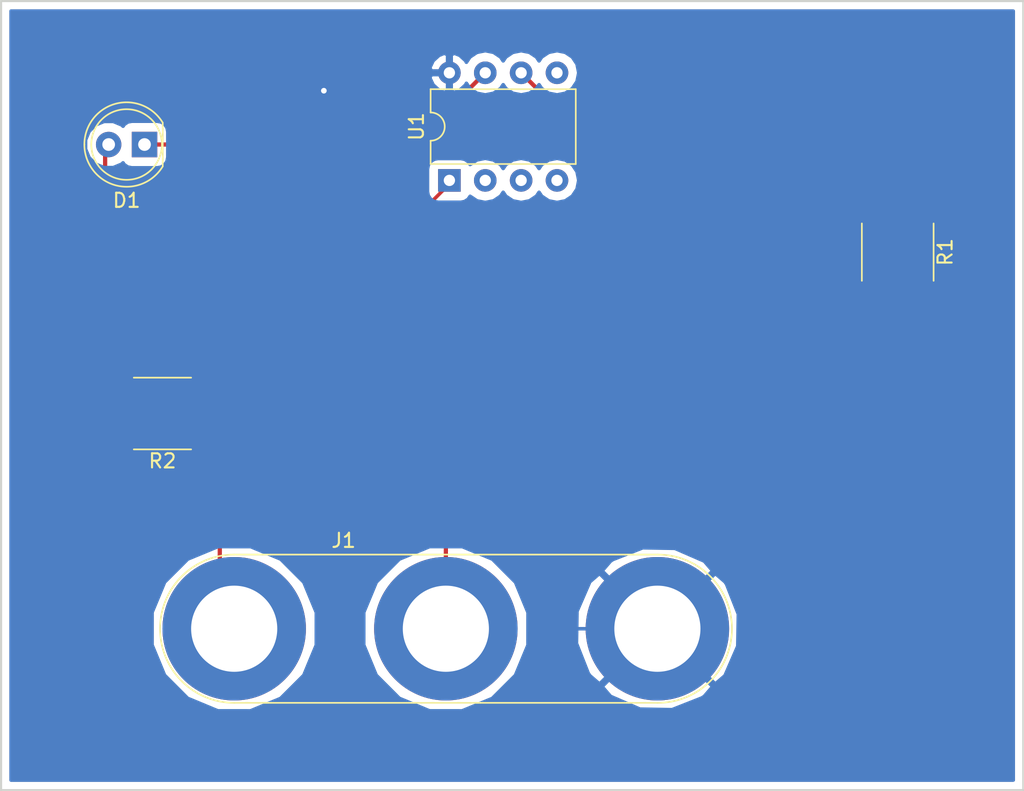
<source format=kicad_pcb>
(kicad_pcb (version 4) (host pcbnew 4.0.7)

  (general
    (links 7)
    (no_connects 0)
    (area 143.434999 91.364999 215.975001 147.395001)
    (thickness 1.6)
    (drawings 4)
    (tracks 20)
    (zones 0)
    (modules 5)
    (nets 11)
  )

  (page A4)
  (title_block
    (title Tutorial1)
  )

  (layers
    (0 F.Cu signal)
    (31 B.Cu signal)
    (32 B.Adhes user)
    (33 F.Adhes user)
    (34 B.Paste user)
    (35 F.Paste user)
    (36 B.SilkS user)
    (37 F.SilkS user)
    (38 B.Mask user)
    (39 F.Mask user)
    (40 Dwgs.User user)
    (41 Cmts.User user)
    (42 Eco1.User user)
    (43 Eco2.User user)
    (44 Edge.Cuts user)
    (45 Margin user)
    (46 B.CrtYd user)
    (47 F.CrtYd user)
    (48 B.Fab user)
    (49 F.Fab user)
  )

  (setup
    (last_trace_width 0.25)
    (trace_clearance 0.2032)
    (zone_clearance 0.508)
    (zone_45_only no)
    (trace_min 0.25)
    (segment_width 0.2)
    (edge_width 0.15)
    (via_size 0.6)
    (via_drill 0.4)
    (via_min_size 0.4)
    (via_min_drill 0.3)
    (uvia_size 0.3)
    (uvia_drill 0.1)
    (uvias_allowed no)
    (uvia_min_size 0.2)
    (uvia_min_drill 0.1)
    (pcb_text_width 0.3)
    (pcb_text_size 1.5 1.5)
    (mod_edge_width 0.15)
    (mod_text_size 1 1)
    (mod_text_width 0.15)
    (pad_size 1.524 1.524)
    (pad_drill 0.762)
    (pad_to_mask_clearance 0.2)
    (aux_axis_origin 0 0)
    (visible_elements 7FFFFFFF)
    (pcbplotparams
      (layerselection 0x010e0_80000001)
      (usegerberextensions false)
      (excludeedgelayer true)
      (linewidth 0.100000)
      (plotframeref false)
      (viasonmask false)
      (mode 1)
      (useauxorigin false)
      (hpglpennumber 1)
      (hpglpenspeed 20)
      (hpglpendiameter 15)
      (hpglpenoverlay 2)
      (psnegative false)
      (psa4output false)
      (plotreference true)
      (plotvalue true)
      (plotinvisibletext false)
      (padsonsilk false)
      (subtractmaskfromsilk false)
      (outputformat 1)
      (mirror false)
      (drillshape 0)
      (scaleselection 1)
      (outputdirectory ""))
  )

  (net 0 "")
  (net 1 /uCtoLED)
  (net 2 /LEDtoR)
  (net 3 VCC)
  (net 4 GND)
  (net 5 "Net-(J1-Pad2)")
  (net 6 /INPUT)
  (net 7 "Net-(U1-Pad5)")
  (net 8 "Net-(U1-Pad2)")
  (net 9 "Net-(U1-Pad3)")
  (net 10 "Net-(U1-Pad4)")

  (net_class Default "This is the default net class."
    (clearance 0.2032)
    (trace_width 0.25)
    (via_dia 0.6)
    (via_drill 0.4)
    (uvia_dia 0.3)
    (uvia_drill 0.1)
    (add_net GND)
  )

  (net_class Power ""
    (clearance 0.6096)
    (trace_width 0.3)
    (via_dia 0.6)
    (via_drill 0.4)
    (uvia_dia 0.3)
    (uvia_drill 0.1)
    (add_net /INPUT)
    (add_net /LEDtoR)
    (add_net /uCtoLED)
    (add_net "Net-(J1-Pad2)")
    (add_net "Net-(U1-Pad2)")
    (add_net "Net-(U1-Pad3)")
    (add_net "Net-(U1-Pad4)")
    (add_net "Net-(U1-Pad5)")
    (add_net VCC)
  )

  (module LEDs:LED_D5.0mm (layer F.Cu) (tedit 5995936A) (tstamp 5AEFB953)
    (at 153.67 101.6 180)
    (descr "LED, diameter 5.0mm, 2 pins, http://cdn-reichelt.de/documents/datenblatt/A500/LL-504BC2E-009.pdf")
    (tags "LED diameter 5.0mm 2 pins")
    (path /5AEFAB8E)
    (fp_text reference D1 (at 1.27 -3.96 180) (layer F.SilkS)
      (effects (font (size 1 1) (thickness 0.15)))
    )
    (fp_text value LED (at 1.27 3.96 180) (layer F.Fab)
      (effects (font (size 1 1) (thickness 0.15)))
    )
    (fp_arc (start 1.27 0) (end -1.23 -1.469694) (angle 299.1) (layer F.Fab) (width 0.1))
    (fp_arc (start 1.27 0) (end -1.29 -1.54483) (angle 148.9) (layer F.SilkS) (width 0.12))
    (fp_arc (start 1.27 0) (end -1.29 1.54483) (angle -148.9) (layer F.SilkS) (width 0.12))
    (fp_circle (center 1.27 0) (end 3.77 0) (layer F.Fab) (width 0.1))
    (fp_circle (center 1.27 0) (end 3.77 0) (layer F.SilkS) (width 0.12))
    (fp_line (start -1.23 -1.469694) (end -1.23 1.469694) (layer F.Fab) (width 0.1))
    (fp_line (start -1.29 -1.545) (end -1.29 1.545) (layer F.SilkS) (width 0.12))
    (fp_line (start -1.95 -3.25) (end -1.95 3.25) (layer F.CrtYd) (width 0.05))
    (fp_line (start -1.95 3.25) (end 4.5 3.25) (layer F.CrtYd) (width 0.05))
    (fp_line (start 4.5 3.25) (end 4.5 -3.25) (layer F.CrtYd) (width 0.05))
    (fp_line (start 4.5 -3.25) (end -1.95 -3.25) (layer F.CrtYd) (width 0.05))
    (fp_text user %R (at 1.25 0 180) (layer F.Fab)
      (effects (font (size 0.8 0.8) (thickness 0.2)))
    )
    (pad 1 thru_hole rect (at 0 0 180) (size 1.8 1.8) (drill 0.9) (layers *.Cu *.Mask)
      (net 1 /uCtoLED))
    (pad 2 thru_hole circle (at 2.54 0 180) (size 1.8 1.8) (drill 0.9) (layers *.Cu *.Mask)
      (net 2 /LEDtoR))
    (model ${KISYS3DMOD}/LEDs.3dshapes/LED_D5.0mm.wrl
      (at (xyz 0 0 0))
      (scale (xyz 0.393701 0.393701 0.393701))
      (rotate (xyz 0 0 0))
    )
  )

  (module Connectors:Banana_Jack_3Pin (layer F.Cu) (tedit 5977432C) (tstamp 5AEFB95A)
    (at 160.02 135.89)
    (descr "Triple banana socket, footprint - 3 x 6mm drills")
    (tags "banana socket")
    (path /5AEFAEDA)
    (fp_text reference J1 (at 7.75 -6.25) (layer F.SilkS)
      (effects (font (size 1 1) (thickness 0.15)))
    )
    (fp_text value MYCONN3 (at 22.5 -6.25) (layer F.Fab)
      (effects (font (size 1 1) (thickness 0.15)))
    )
    (fp_text user %R (at 14.99 0) (layer F.Fab)
      (effects (font (size 0.8 0.8) (thickness 0.12)))
    )
    (fp_circle (center 30 0) (end 30 -2) (layer F.Fab) (width 0.1))
    (fp_circle (center 30 0) (end 30 -4.75) (layer F.Fab) (width 0.1))
    (fp_circle (center 15 0) (end 19.75 0) (layer F.Fab) (width 0.1))
    (fp_circle (center 15 0) (end 17 0) (layer F.Fab) (width 0.1))
    (fp_circle (center 0 0) (end 4.75 0) (layer F.Fab) (width 0.1))
    (fp_circle (center 0 0) (end 2 0) (layer F.Fab) (width 0.1))
    (fp_line (start 30 5.5) (end 0 5.5) (layer F.CrtYd) (width 0.05))
    (fp_line (start 0 -5.5) (end 30 -5.5) (layer F.CrtYd) (width 0.05))
    (fp_arc (start 0 0) (end 0 5.5) (angle 180) (layer F.CrtYd) (width 0.05))
    (fp_arc (start 30 0) (end 30 -5.5) (angle 180) (layer F.CrtYd) (width 0.05))
    (fp_line (start 0 5.25) (end 30 5.25) (layer F.SilkS) (width 0.12))
    (fp_line (start 30 -5.25) (end 0 -5.25) (layer F.SilkS) (width 0.12))
    (fp_arc (start 30 0) (end 30 -5.25) (angle 180) (layer F.SilkS) (width 0.12))
    (fp_arc (start 0 0) (end 0 5.25) (angle 180) (layer F.SilkS) (width 0.12))
    (pad 1 thru_hole circle (at 0 0) (size 10.16 10.16) (drill 6.1) (layers *.Cu *.Mask)
      (net 3 VCC))
    (pad 3 thru_hole circle (at 29.97 0) (size 10.16 10.16) (drill 6.1) (layers *.Cu *.Mask)
      (net 4 GND))
    (pad 2 thru_hole circle (at 14.99 0) (size 10.16 10.16) (drill 6.1) (layers *.Cu *.Mask)
      (net 5 "Net-(J1-Pad2)"))
    (model ${KISYS3DMOD}/Connectors.3dshapes/Banana_Jack_3Pin.wrl
      (at (xyz 0.5905511811023623 0 0))
      (scale (xyz 2 2 2))
      (rotate (xyz 0 0 0))
    )
  )

  (module Resistors_SMD:R_2816_HandSoldering (layer F.Cu) (tedit 58E0A804) (tstamp 5AEFB960)
    (at 207.01 109.22 270)
    (descr "Resistor SMD 2816, hand soldering, Vishay (see WSL-VISHAY.PDF)")
    (tags "resistor 2816")
    (path /5AEFA9FB)
    (attr smd)
    (fp_text reference R1 (at 0 -3.36 270) (layer F.SilkS)
      (effects (font (size 1 1) (thickness 0.15)))
    )
    (fp_text value 100 (at 0 3.81 270) (layer F.Fab)
      (effects (font (size 1 1) (thickness 0.15)))
    )
    (fp_text user %R (at 0 0 270) (layer F.Fab)
      (effects (font (size 1 1) (thickness 0.15)))
    )
    (fp_line (start -3.55 2.1) (end -3.55 -2.1) (layer F.Fab) (width 0.1))
    (fp_line (start 3.55 2.1) (end -3.55 2.1) (layer F.Fab) (width 0.1))
    (fp_line (start 3.55 -2.1) (end 3.55 2.1) (layer F.Fab) (width 0.1))
    (fp_line (start -3.55 -2.1) (end 3.55 -2.1) (layer F.Fab) (width 0.1))
    (fp_line (start -2.03 2.54) (end 2.03 2.54) (layer F.SilkS) (width 0.12))
    (fp_line (start -2.03 -2.54) (end 2.03 -2.54) (layer F.SilkS) (width 0.12))
    (fp_line (start -6.67 -2.6) (end 6.66 -2.6) (layer F.CrtYd) (width 0.05))
    (fp_line (start -6.67 -2.6) (end -6.67 2.6) (layer F.CrtYd) (width 0.05))
    (fp_line (start 6.66 2.6) (end 6.66 -2.6) (layer F.CrtYd) (width 0.05))
    (fp_line (start 6.66 2.6) (end -6.67 2.6) (layer F.CrtYd) (width 0.05))
    (pad 1 smd rect (at -4.06 0 270) (size 4.7 4.7) (layers F.Cu F.Paste F.Mask)
      (net 6 /INPUT))
    (pad 2 smd rect (at 4.06 0 270) (size 4.7 4.7) (layers F.Cu F.Paste F.Mask)
      (net 5 "Net-(J1-Pad2)"))
    (model ${KISYS3DMOD}/Resistors_SMD.3dshapes/R_2816.wrl
      (at (xyz 0 0 0))
      (scale (xyz 1 1 1))
      (rotate (xyz 0 0 0))
    )
  )

  (module Resistors_SMD:R_2816_HandSoldering (layer F.Cu) (tedit 58E0A804) (tstamp 5AEFB966)
    (at 154.94 120.65 180)
    (descr "Resistor SMD 2816, hand soldering, Vishay (see WSL-VISHAY.PDF)")
    (tags "resistor 2816")
    (path /5AEFA903)
    (attr smd)
    (fp_text reference R2 (at 0 -3.36 180) (layer F.SilkS)
      (effects (font (size 1 1) (thickness 0.15)))
    )
    (fp_text value 1k (at 0 3.81 180) (layer F.Fab)
      (effects (font (size 1 1) (thickness 0.15)))
    )
    (fp_text user %R (at 0 0 180) (layer F.Fab)
      (effects (font (size 1 1) (thickness 0.15)))
    )
    (fp_line (start -3.55 2.1) (end -3.55 -2.1) (layer F.Fab) (width 0.1))
    (fp_line (start 3.55 2.1) (end -3.55 2.1) (layer F.Fab) (width 0.1))
    (fp_line (start 3.55 -2.1) (end 3.55 2.1) (layer F.Fab) (width 0.1))
    (fp_line (start -3.55 -2.1) (end 3.55 -2.1) (layer F.Fab) (width 0.1))
    (fp_line (start -2.03 2.54) (end 2.03 2.54) (layer F.SilkS) (width 0.12))
    (fp_line (start -2.03 -2.54) (end 2.03 -2.54) (layer F.SilkS) (width 0.12))
    (fp_line (start -6.67 -2.6) (end 6.66 -2.6) (layer F.CrtYd) (width 0.05))
    (fp_line (start -6.67 -2.6) (end -6.67 2.6) (layer F.CrtYd) (width 0.05))
    (fp_line (start 6.66 2.6) (end 6.66 -2.6) (layer F.CrtYd) (width 0.05))
    (fp_line (start 6.66 2.6) (end -6.67 2.6) (layer F.CrtYd) (width 0.05))
    (pad 1 smd rect (at -4.06 0 180) (size 4.7 4.7) (layers F.Cu F.Paste F.Mask)
      (net 3 VCC))
    (pad 2 smd rect (at 4.06 0 180) (size 4.7 4.7) (layers F.Cu F.Paste F.Mask)
      (net 2 /LEDtoR))
    (model ${KISYS3DMOD}/Resistors_SMD.3dshapes/R_2816.wrl
      (at (xyz 0 0 0))
      (scale (xyz 1 1 1))
      (rotate (xyz 0 0 0))
    )
  )

  (module Housings_DIP:DIP-8_W7.62mm (layer F.Cu) (tedit 59C78D6B) (tstamp 5AEFB972)
    (at 175.26 104.14 90)
    (descr "8-lead though-hole mounted DIP package, row spacing 7.62 mm (300 mils)")
    (tags "THT DIP DIL PDIP 2.54mm 7.62mm 300mil")
    (path /5AEFAAFB)
    (fp_text reference U1 (at 3.81 -2.33 90) (layer F.SilkS)
      (effects (font (size 1 1) (thickness 0.15)))
    )
    (fp_text value PIC12C508A-I/SN (at 3.81 9.95 90) (layer F.Fab)
      (effects (font (size 1 1) (thickness 0.15)))
    )
    (fp_arc (start 3.81 -1.33) (end 2.81 -1.33) (angle -180) (layer F.SilkS) (width 0.12))
    (fp_line (start 1.635 -1.27) (end 6.985 -1.27) (layer F.Fab) (width 0.1))
    (fp_line (start 6.985 -1.27) (end 6.985 8.89) (layer F.Fab) (width 0.1))
    (fp_line (start 6.985 8.89) (end 0.635 8.89) (layer F.Fab) (width 0.1))
    (fp_line (start 0.635 8.89) (end 0.635 -0.27) (layer F.Fab) (width 0.1))
    (fp_line (start 0.635 -0.27) (end 1.635 -1.27) (layer F.Fab) (width 0.1))
    (fp_line (start 2.81 -1.33) (end 1.16 -1.33) (layer F.SilkS) (width 0.12))
    (fp_line (start 1.16 -1.33) (end 1.16 8.95) (layer F.SilkS) (width 0.12))
    (fp_line (start 1.16 8.95) (end 6.46 8.95) (layer F.SilkS) (width 0.12))
    (fp_line (start 6.46 8.95) (end 6.46 -1.33) (layer F.SilkS) (width 0.12))
    (fp_line (start 6.46 -1.33) (end 4.81 -1.33) (layer F.SilkS) (width 0.12))
    (fp_line (start -1.1 -1.55) (end -1.1 9.15) (layer F.CrtYd) (width 0.05))
    (fp_line (start -1.1 9.15) (end 8.7 9.15) (layer F.CrtYd) (width 0.05))
    (fp_line (start 8.7 9.15) (end 8.7 -1.55) (layer F.CrtYd) (width 0.05))
    (fp_line (start 8.7 -1.55) (end -1.1 -1.55) (layer F.CrtYd) (width 0.05))
    (fp_text user %R (at 3.81 3.81 90) (layer F.Fab)
      (effects (font (size 1 1) (thickness 0.15)))
    )
    (pad 1 thru_hole rect (at 0 0 90) (size 1.6 1.6) (drill 0.8) (layers *.Cu *.Mask)
      (net 3 VCC))
    (pad 5 thru_hole oval (at 7.62 7.62 90) (size 1.6 1.6) (drill 0.8) (layers *.Cu *.Mask)
      (net 7 "Net-(U1-Pad5)"))
    (pad 2 thru_hole oval (at 0 2.54 90) (size 1.6 1.6) (drill 0.8) (layers *.Cu *.Mask)
      (net 8 "Net-(U1-Pad2)"))
    (pad 6 thru_hole oval (at 7.62 5.08 90) (size 1.6 1.6) (drill 0.8) (layers *.Cu *.Mask)
      (net 6 /INPUT))
    (pad 3 thru_hole oval (at 0 5.08 90) (size 1.6 1.6) (drill 0.8) (layers *.Cu *.Mask)
      (net 9 "Net-(U1-Pad3)"))
    (pad 7 thru_hole oval (at 7.62 2.54 90) (size 1.6 1.6) (drill 0.8) (layers *.Cu *.Mask)
      (net 1 /uCtoLED))
    (pad 4 thru_hole oval (at 0 7.62 90) (size 1.6 1.6) (drill 0.8) (layers *.Cu *.Mask)
      (net 10 "Net-(U1-Pad4)"))
    (pad 8 thru_hole oval (at 7.62 0 90) (size 1.6 1.6) (drill 0.8) (layers *.Cu *.Mask)
      (net 4 GND))
    (model ${KISYS3DMOD}/Housings_DIP.3dshapes/DIP-8_W7.62mm.wrl
      (at (xyz 0 0 0))
      (scale (xyz 1 1 1))
      (rotate (xyz 0 0 0))
    )
  )

  (gr_line (start 215.9 147.32) (end 215.9 91.44) (angle 90) (layer Edge.Cuts) (width 0.15))
  (gr_line (start 143.51 147.32) (end 215.9 147.32) (angle 90) (layer Edge.Cuts) (width 0.15))
  (gr_line (start 143.51 91.44) (end 143.51 147.32) (angle 90) (layer Edge.Cuts) (width 0.15))
  (gr_line (start 215.9 91.44) (end 143.51 91.44) (angle 90) (layer Edge.Cuts) (width 0.15))

  (segment (start 153.67 101.6) (end 172.72 101.6) (width 0.3) (layer F.Cu) (net 1))
  (segment (start 172.72 101.6) (end 177.8 96.52) (width 0.3) (layer F.Cu) (net 1) (tstamp 5AEFBDB5))
  (segment (start 150.88 120.65) (end 150.88 101.85) (width 0.3) (layer F.Cu) (net 2))
  (segment (start 150.88 101.85) (end 151.13 101.6) (width 0.3) (layer F.Cu) (net 2) (tstamp 5AEFBDFC))
  (segment (start 159 120.65) (end 159 134.87) (width 0.3) (layer F.Cu) (net 3))
  (segment (start 159 134.87) (end 160.02 135.89) (width 0.3) (layer F.Cu) (net 3) (tstamp 5AEFBE42))
  (segment (start 175.26 104.14) (end 175.26 104.39) (width 0.25) (layer F.Cu) (net 3))
  (segment (start 175.26 104.39) (end 159 120.65) (width 0.25) (layer F.Cu) (net 3) (tstamp 5AEFBCA4))
  (segment (start 189.99 135.89) (end 184.15 135.89) (width 0.25) (layer B.Cu) (net 4))
  (segment (start 167.64 96.52) (end 166.37 97.79) (width 0.25) (layer F.Cu) (net 4) (tstamp 5AEFC073))
  (via (at 166.37 97.79) (size 0.6) (drill 0.4) (layers F.Cu B.Cu) (net 4))
  (segment (start 166.37 97.79) (end 166.37 118.11) (width 0.25) (layer B.Cu) (net 4) (tstamp 5AEFC079))
  (segment (start 167.64 96.52) (end 175.26 96.52) (width 0.25) (layer F.Cu) (net 4))
  (segment (start 184.15 135.89) (end 166.37 118.11) (width 0.25) (layer B.Cu) (net 4) (tstamp 5AEFC086))
  (segment (start 184.15 118.11) (end 202.18 118.11) (width 0.3) (layer F.Cu) (net 5))
  (segment (start 175.01 127.25) (end 184.15 118.11) (width 0.3) (layer F.Cu) (net 5) (tstamp 5AEFBE2D))
  (segment (start 175.01 135.89) (end 175.01 127.25) (width 0.3) (layer F.Cu) (net 5))
  (segment (start 202.18 118.11) (end 207.01 113.28) (width 0.3) (layer F.Cu) (net 5) (tstamp 5AEFBE39))
  (segment (start 207.01 105.16) (end 188.98 105.16) (width 0.3) (layer F.Cu) (net 6))
  (segment (start 188.98 105.16) (end 180.34 96.52) (width 0.3) (layer F.Cu) (net 6) (tstamp 5AEFBDEC))

  (zone (net 4) (net_name GND) (layer B.Cu) (tstamp 5AEFC266) (hatch edge 0.508)
    (connect_pads (clearance 0.508))
    (min_thickness 0.254)
    (fill yes (arc_segments 16) (thermal_gap 0.508) (thermal_bridge_width 0.508))
    (polygon
      (pts
        (xy 215.9 147.32) (xy 143.51 147.32) (xy 143.51 91.44) (xy 215.9 91.44)
      )
    )
    (filled_polygon
      (pts
        (xy 215.19 146.61) (xy 144.22 146.61) (xy 144.22 137.041917) (xy 154.202392 137.041917) (xy 155.086051 139.180535)
        (xy 156.720859 140.818198) (xy 158.857931 141.705588) (xy 161.171917 141.707608) (xy 163.310535 140.823949) (xy 164.948198 139.189141)
        (xy 165.835588 137.052069) (xy 165.835596 137.041917) (xy 169.192392 137.041917) (xy 170.076051 139.180535) (xy 171.710859 140.818198)
        (xy 173.847931 141.705588) (xy 176.161917 141.707608) (xy 178.300535 140.823949) (xy 179.139117 139.986828) (xy 186.072777 139.986828)
        (xy 186.668556 140.677641) (xy 188.753537 141.584265) (xy 191.026758 141.623989) (xy 193.142142 140.790765) (xy 193.311444 140.677641)
        (xy 193.907223 139.986828) (xy 189.99 136.069605) (xy 186.072777 139.986828) (xy 179.139117 139.986828) (xy 179.938198 139.189141)
        (xy 180.825588 137.052069) (xy 180.825697 136.926758) (xy 184.256011 136.926758) (xy 185.089235 139.042142) (xy 185.202359 139.211444)
        (xy 185.893172 139.807223) (xy 189.810395 135.89) (xy 190.169605 135.89) (xy 194.086828 139.807223) (xy 194.777641 139.211444)
        (xy 195.684265 137.126463) (xy 195.723989 134.853242) (xy 194.890765 132.737858) (xy 194.777641 132.568556) (xy 194.086828 131.972777)
        (xy 190.169605 135.89) (xy 189.810395 135.89) (xy 185.893172 131.972777) (xy 185.202359 132.568556) (xy 184.295735 134.653537)
        (xy 184.256011 136.926758) (xy 180.825697 136.926758) (xy 180.827608 134.738083) (xy 179.943949 132.599465) (xy 179.139062 131.793172)
        (xy 186.072777 131.793172) (xy 189.99 135.710395) (xy 193.907223 131.793172) (xy 193.311444 131.102359) (xy 191.226463 130.195735)
        (xy 188.953242 130.156011) (xy 186.837858 130.989235) (xy 186.668556 131.102359) (xy 186.072777 131.793172) (xy 179.139062 131.793172)
        (xy 178.309141 130.961802) (xy 176.172069 130.074412) (xy 173.858083 130.072392) (xy 171.719465 130.956051) (xy 170.081802 132.590859)
        (xy 169.194412 134.727931) (xy 169.192392 137.041917) (xy 165.835596 137.041917) (xy 165.837608 134.738083) (xy 164.953949 132.599465)
        (xy 163.319141 130.961802) (xy 161.182069 130.074412) (xy 158.868083 130.072392) (xy 156.729465 130.956051) (xy 155.091802 132.590859)
        (xy 154.204412 134.727931) (xy 154.202392 137.041917) (xy 144.22 137.041917) (xy 144.22 103.34) (xy 173.70897 103.34)
        (xy 173.70897 104.94) (xy 173.760332 105.212967) (xy 173.921656 105.463671) (xy 174.167807 105.631859) (xy 174.46 105.69103)
        (xy 176.06 105.69103) (xy 176.332967 105.639668) (xy 176.583671 105.478344) (xy 176.728353 105.266595) (xy 177.211969 105.589737)
        (xy 177.8 105.706704) (xy 178.388031 105.589737) (xy 178.88654 105.256644) (xy 179.07 104.982077) (xy 179.25346 105.256644)
        (xy 179.751969 105.589737) (xy 180.34 105.706704) (xy 180.928031 105.589737) (xy 181.42654 105.256644) (xy 181.61 104.982077)
        (xy 181.79346 105.256644) (xy 182.291969 105.589737) (xy 182.88 105.706704) (xy 183.468031 105.589737) (xy 183.96654 105.256644)
        (xy 184.299633 104.758135) (xy 184.4166 104.170104) (xy 184.4166 104.109896) (xy 184.299633 103.521865) (xy 183.96654 103.023356)
        (xy 183.468031 102.690263) (xy 182.88 102.573296) (xy 182.291969 102.690263) (xy 181.79346 103.023356) (xy 181.61 103.297923)
        (xy 181.42654 103.023356) (xy 180.928031 102.690263) (xy 180.34 102.573296) (xy 179.751969 102.690263) (xy 179.25346 103.023356)
        (xy 179.07 103.297923) (xy 178.88654 103.023356) (xy 178.388031 102.690263) (xy 177.8 102.573296) (xy 177.211969 102.690263)
        (xy 176.726119 103.014897) (xy 176.598344 102.816329) (xy 176.352193 102.648141) (xy 176.06 102.58897) (xy 174.46 102.58897)
        (xy 174.187033 102.640332) (xy 173.936329 102.801656) (xy 173.768141 103.047807) (xy 173.70897 103.34) (xy 144.22 103.34)
        (xy 144.22 101.924112) (xy 149.493116 101.924112) (xy 149.741749 102.525848) (xy 150.20173 102.986633) (xy 150.803032 103.236315)
        (xy 151.454112 103.236884) (xy 152.055848 102.988251) (xy 152.149016 102.895245) (xy 152.231656 103.023671) (xy 152.477807 103.191859)
        (xy 152.77 103.25103) (xy 154.57 103.25103) (xy 154.842967 103.199668) (xy 155.093671 103.038344) (xy 155.261859 102.792193)
        (xy 155.32103 102.5) (xy 155.32103 100.7) (xy 155.269668 100.427033) (xy 155.108344 100.176329) (xy 154.862193 100.008141)
        (xy 154.57 99.94897) (xy 152.77 99.94897) (xy 152.497033 100.000332) (xy 152.246329 100.161656) (xy 152.148938 100.304193)
        (xy 152.05827 100.213367) (xy 151.456968 99.963685) (xy 150.805888 99.963116) (xy 150.204152 100.211749) (xy 149.743367 100.67173)
        (xy 149.493685 101.273032) (xy 149.493116 101.924112) (xy 144.22 101.924112) (xy 144.22 96.869041) (xy 173.868086 96.869041)
        (xy 174.107611 97.375134) (xy 174.522577 97.751041) (xy 174.910961 97.911904) (xy 175.133 97.789915) (xy 175.133 96.647)
        (xy 173.989371 96.647) (xy 173.868086 96.869041) (xy 144.22 96.869041) (xy 144.22 96.170959) (xy 173.868086 96.170959)
        (xy 173.989371 96.393) (xy 175.133 96.393) (xy 175.133 95.250085) (xy 175.387 95.250085) (xy 175.387 96.393)
        (xy 175.407 96.393) (xy 175.407 96.647) (xy 175.387 96.647) (xy 175.387 97.789915) (xy 175.609039 97.911904)
        (xy 175.997423 97.751041) (xy 176.412389 97.375134) (xy 176.464771 97.264455) (xy 176.71346 97.636644) (xy 177.211969 97.969737)
        (xy 177.8 98.086704) (xy 178.388031 97.969737) (xy 178.88654 97.636644) (xy 179.07 97.362077) (xy 179.25346 97.636644)
        (xy 179.751969 97.969737) (xy 180.34 98.086704) (xy 180.928031 97.969737) (xy 181.42654 97.636644) (xy 181.61 97.362077)
        (xy 181.79346 97.636644) (xy 182.291969 97.969737) (xy 182.88 98.086704) (xy 183.468031 97.969737) (xy 183.96654 97.636644)
        (xy 184.299633 97.138135) (xy 184.4166 96.550104) (xy 184.4166 96.489896) (xy 184.299633 95.901865) (xy 183.96654 95.403356)
        (xy 183.468031 95.070263) (xy 182.88 94.953296) (xy 182.291969 95.070263) (xy 181.79346 95.403356) (xy 181.61 95.677923)
        (xy 181.42654 95.403356) (xy 180.928031 95.070263) (xy 180.34 94.953296) (xy 179.751969 95.070263) (xy 179.25346 95.403356)
        (xy 179.07 95.677923) (xy 178.88654 95.403356) (xy 178.388031 95.070263) (xy 177.8 94.953296) (xy 177.211969 95.070263)
        (xy 176.71346 95.403356) (xy 176.464771 95.775545) (xy 176.412389 95.664866) (xy 175.997423 95.288959) (xy 175.609039 95.128096)
        (xy 175.387 95.250085) (xy 175.133 95.250085) (xy 174.910961 95.128096) (xy 174.522577 95.288959) (xy 174.107611 95.664866)
        (xy 173.868086 96.170959) (xy 144.22 96.170959) (xy 144.22 92.15) (xy 215.19 92.15)
      )
    )
  )
)

</source>
